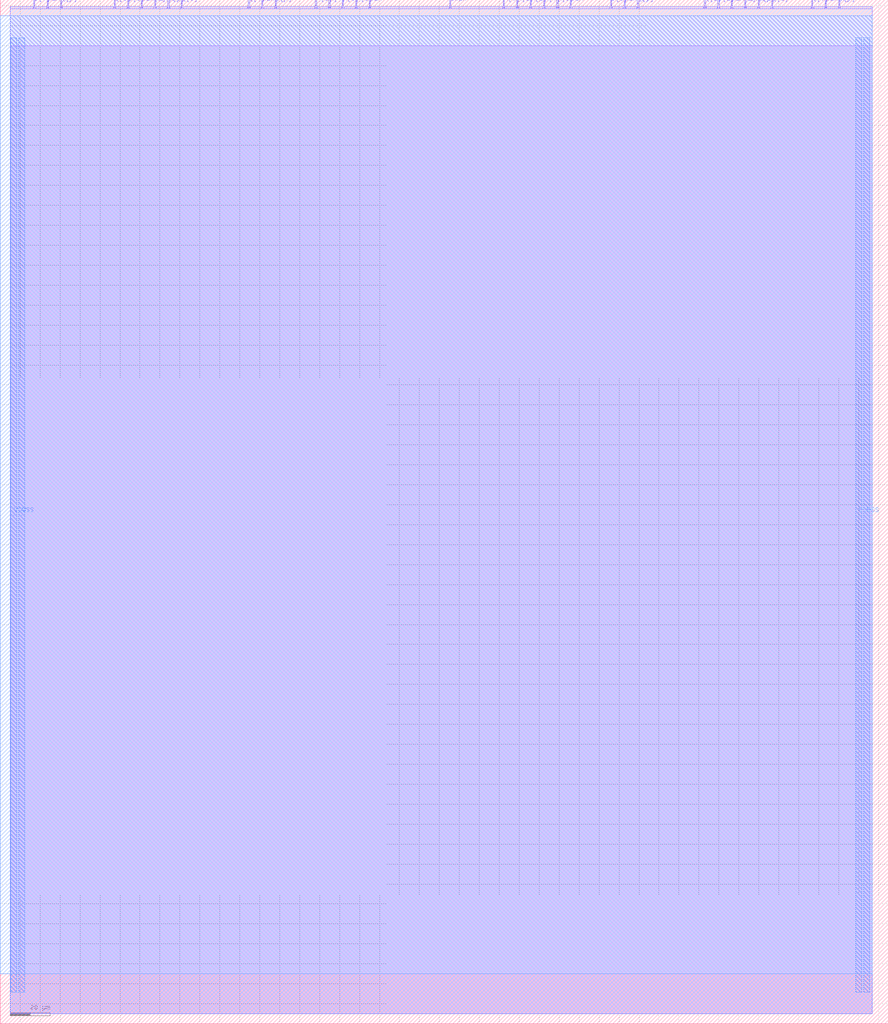
<source format=lef>
VERSION 5.7 ;
  NOWIREEXTENSIONATPIN ON ;
  DIVIDERCHAR "/" ;
  BUSBITCHARS "[]" ;
MACRO gf180_ram_512x8_wrapper
  CLASS BLOCK ;
  FOREIGN gf180_ram_512x8_wrapper ;
  ORIGIN 0.000 0.000 ;
  SIZE 444.860 BY 512.880 ;
  PIN A[0]
    DIRECTION INPUT ;
    USE SIGNAL ;
    PORT
      LAYER Metal2 ;
        RECT 252.000 508.880 252.560 512.880 ;
    END
  END A[0]
  PIN A[1]
    DIRECTION INPUT ;
    USE SIGNAL ;
    PORT
      LAYER Metal2 ;
        RECT 258.720 508.880 259.280 512.880 ;
    END
  END A[1]
  PIN A[2]
    DIRECTION INPUT ;
    USE SIGNAL ;
    PORT
      LAYER Metal2 ;
        RECT 265.440 508.880 266.000 512.880 ;
    END
  END A[2]
  PIN A[3]
    DIRECTION INPUT ;
    USE SIGNAL ;
    PORT
      LAYER Metal2 ;
        RECT 157.920 508.880 158.480 512.880 ;
    END
  END A[3]
  PIN A[4]
    DIRECTION INPUT ;
    USE SIGNAL ;
    PORT
      LAYER Metal2 ;
        RECT 164.640 508.880 165.200 512.880 ;
    END
  END A[4]
  PIN A[5]
    DIRECTION INPUT ;
    USE SIGNAL ;
    PORT
      LAYER Metal2 ;
        RECT 171.360 508.880 171.920 512.880 ;
    END
  END A[5]
  PIN A[6]
    DIRECTION INPUT ;
    USE SIGNAL ;
    PORT
      LAYER Metal2 ;
        RECT 178.080 508.880 178.640 512.880 ;
    END
  END A[6]
  PIN A[7]
    DIRECTION INPUT ;
    USE SIGNAL ;
    PORT
      LAYER Metal2 ;
        RECT 272.160 508.880 272.720 512.880 ;
    END
  END A[7]
  PIN A[8]
    DIRECTION INPUT ;
    USE SIGNAL ;
    PORT
      LAYER Metal2 ;
        RECT 278.880 508.880 279.440 512.880 ;
    END
  END A[8]
  PIN CEN
    DIRECTION INPUT ;
    USE SIGNAL ;
    PORT
      LAYER Metal2 ;
        RECT 184.800 508.880 185.360 512.880 ;
    END
  END CEN
  PIN CLK
    DIRECTION INPUT ;
    USE SIGNAL ;
    PORT
      LAYER Metal2 ;
        RECT 285.600 508.880 286.160 512.880 ;
    END
  END CLK
  PIN D[0]
    DIRECTION INPUT ;
    USE SIGNAL ;
    PORT
      LAYER Metal2 ;
        RECT 420.000 508.880 420.560 512.880 ;
    END
  END D[0]
  PIN D[1]
    DIRECTION INPUT ;
    USE SIGNAL ;
    PORT
      LAYER Metal2 ;
        RECT 379.680 508.880 380.240 512.880 ;
    END
  END D[1]
  PIN D[2]
    DIRECTION INPUT ;
    USE SIGNAL ;
    PORT
      LAYER Metal2 ;
        RECT 359.520 508.880 360.080 512.880 ;
    END
  END D[2]
  PIN D[3]
    DIRECTION INPUT ;
    USE SIGNAL ;
    PORT
      LAYER Metal2 ;
        RECT 305.760 508.880 306.320 512.880 ;
    END
  END D[3]
  PIN D[4]
    DIRECTION INPUT ;
    USE SIGNAL ;
    PORT
      LAYER Metal2 ;
        RECT 137.760 508.880 138.320 512.880 ;
    END
  END D[4]
  PIN D[5]
    DIRECTION INPUT ;
    USE SIGNAL ;
    PORT
      LAYER Metal2 ;
        RECT 84.000 508.880 84.560 512.880 ;
    END
  END D[5]
  PIN D[6]
    DIRECTION INPUT ;
    USE SIGNAL ;
    PORT
      LAYER Metal2 ;
        RECT 63.840 508.880 64.400 512.880 ;
    END
  END D[6]
  PIN D[7]
    DIRECTION INPUT ;
    USE SIGNAL ;
    PORT
      LAYER Metal2 ;
        RECT 16.800 508.880 17.360 512.880 ;
    END
  END D[7]
  PIN GWEN
    DIRECTION INPUT ;
    USE SIGNAL ;
    PORT
      LAYER Metal2 ;
        RECT 225.120 508.880 225.680 512.880 ;
    END
  END GWEN
  PIN Q[0]
    DIRECTION OUTPUT TRISTATE ;
    USE SIGNAL ;
    PORT
      LAYER Metal2 ;
        RECT 406.560 508.880 407.120 512.880 ;
    END
  END Q[0]
  PIN Q[1]
    DIRECTION OUTPUT TRISTATE ;
    USE SIGNAL ;
    PORT
      LAYER Metal2 ;
        RECT 386.400 508.880 386.960 512.880 ;
    END
  END Q[1]
  PIN Q[2]
    DIRECTION OUTPUT TRISTATE ;
    USE SIGNAL ;
    PORT
      LAYER Metal2 ;
        RECT 352.800 508.880 353.360 512.880 ;
    END
  END Q[2]
  PIN Q[3]
    DIRECTION OUTPUT TRISTATE ;
    USE SIGNAL ;
    PORT
      LAYER Metal2 ;
        RECT 319.200 508.880 319.760 512.880 ;
    END
  END Q[3]
  PIN Q[4]
    DIRECTION OUTPUT TRISTATE ;
    USE SIGNAL ;
    PORT
      LAYER Metal2 ;
        RECT 124.320 508.880 124.880 512.880 ;
    END
  END Q[4]
  PIN Q[5]
    DIRECTION OUTPUT TRISTATE ;
    USE SIGNAL ;
    PORT
      LAYER Metal2 ;
        RECT 90.720 508.880 91.280 512.880 ;
    END
  END Q[5]
  PIN Q[6]
    DIRECTION OUTPUT TRISTATE ;
    USE SIGNAL ;
    PORT
      LAYER Metal2 ;
        RECT 57.120 508.880 57.680 512.880 ;
    END
  END Q[6]
  PIN Q[7]
    DIRECTION OUTPUT TRISTATE ;
    USE SIGNAL ;
    PORT
      LAYER Metal2 ;
        RECT 30.240 508.880 30.800 512.880 ;
    END
  END Q[7]
  PIN VDD
    DIRECTION INOUT ;
    USE POWER ;
    PORT
      LAYER Metal4 ;
        RECT 5.220 15.680 8.220 493.920 ;
    END
    PORT
      LAYER Metal4 ;
        RECT 428.630 15.680 431.630 493.920 ;
    END
  END VDD
  PIN VSS
    DIRECTION INOUT ;
    USE GROUND ;
    PORT
      LAYER Metal4 ;
        RECT 9.220 15.680 12.220 493.920 ;
    END
    PORT
      LAYER Metal4 ;
        RECT 432.630 15.680 435.630 493.920 ;
    END
  END VSS
  PIN WEN[0]
    DIRECTION INPUT ;
    USE SIGNAL ;
    PORT
      LAYER Metal2 ;
        RECT 413.280 508.880 413.840 512.880 ;
    END
  END WEN[0]
  PIN WEN[1]
    DIRECTION INPUT ;
    USE SIGNAL ;
    PORT
      LAYER Metal2 ;
        RECT 372.960 508.880 373.520 512.880 ;
    END
  END WEN[1]
  PIN WEN[2]
    DIRECTION INPUT ;
    USE SIGNAL ;
    PORT
      LAYER Metal2 ;
        RECT 366.240 508.880 366.800 512.880 ;
    END
  END WEN[2]
  PIN WEN[3]
    DIRECTION INPUT ;
    USE SIGNAL ;
    PORT
      LAYER Metal2 ;
        RECT 312.480 508.880 313.040 512.880 ;
    END
  END WEN[3]
  PIN WEN[4]
    DIRECTION INPUT ;
    USE SIGNAL ;
    PORT
      LAYER Metal2 ;
        RECT 131.040 508.880 131.600 512.880 ;
    END
  END WEN[4]
  PIN WEN[5]
    DIRECTION INPUT ;
    USE SIGNAL ;
    PORT
      LAYER Metal2 ;
        RECT 77.280 508.880 77.840 512.880 ;
    END
  END WEN[5]
  PIN WEN[6]
    DIRECTION INPUT ;
    USE SIGNAL ;
    PORT
      LAYER Metal2 ;
        RECT 70.560 508.880 71.120 512.880 ;
    END
  END WEN[6]
  PIN WEN[7]
    DIRECTION INPUT ;
    USE SIGNAL ;
    PORT
      LAYER Metal2 ;
        RECT 23.520 508.880 24.080 512.880 ;
    END
  END WEN[7]
  OBS
      LAYER Metal1 ;
        RECT 5.000 5.000 436.860 489.880 ;
      LAYER Metal2 ;
        RECT 5.000 508.580 16.500 509.460 ;
        RECT 17.660 508.580 23.220 509.460 ;
        RECT 24.380 508.580 29.940 509.460 ;
        RECT 31.100 508.580 56.820 509.460 ;
        RECT 57.980 508.580 63.540 509.460 ;
        RECT 64.700 508.580 70.260 509.460 ;
        RECT 71.420 508.580 76.980 509.460 ;
        RECT 78.140 508.580 83.700 509.460 ;
        RECT 84.860 508.580 90.420 509.460 ;
        RECT 91.580 508.580 124.020 509.460 ;
        RECT 125.180 508.580 130.740 509.460 ;
        RECT 131.900 508.580 137.460 509.460 ;
        RECT 138.620 508.580 157.620 509.460 ;
        RECT 158.780 508.580 164.340 509.460 ;
        RECT 165.500 508.580 171.060 509.460 ;
        RECT 172.220 508.580 177.780 509.460 ;
        RECT 178.940 508.580 184.500 509.460 ;
        RECT 185.660 508.580 224.820 509.460 ;
        RECT 225.980 508.580 251.700 509.460 ;
        RECT 252.860 508.580 258.420 509.460 ;
        RECT 259.580 508.580 265.140 509.460 ;
        RECT 266.300 508.580 271.860 509.460 ;
        RECT 273.020 508.580 278.580 509.460 ;
        RECT 279.740 508.580 285.300 509.460 ;
        RECT 286.460 508.580 305.460 509.460 ;
        RECT 306.620 508.580 312.180 509.460 ;
        RECT 313.340 508.580 318.900 509.460 ;
        RECT 320.060 508.580 352.500 509.460 ;
        RECT 353.660 508.580 359.220 509.460 ;
        RECT 360.380 508.580 365.940 509.460 ;
        RECT 367.100 508.580 372.660 509.460 ;
        RECT 373.820 508.580 379.380 509.460 ;
        RECT 380.540 508.580 386.100 509.460 ;
        RECT 387.260 508.580 406.260 509.460 ;
        RECT 407.420 508.580 412.980 509.460 ;
        RECT 414.140 508.580 419.700 509.460 ;
        RECT 420.860 508.580 436.860 509.460 ;
        RECT 5.000 5.000 436.860 508.580 ;
      LAYER Metal3 ;
        RECT 5.000 5.000 436.860 504.980 ;
      LAYER Metal4 ;
        RECT 0.000 25.000 436.860 504.980 ;
  END
END gf180_ram_512x8_wrapper
END LIBRARY


</source>
